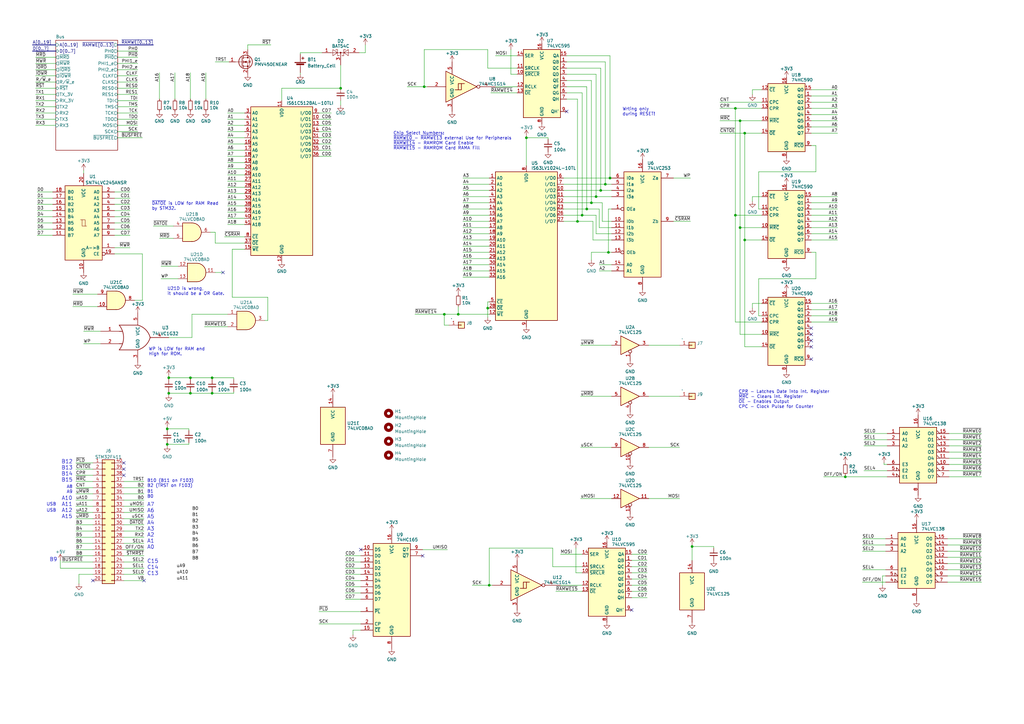
<source format=kicad_sch>
(kicad_sch (version 20230121) (generator eeschema)
  (paper "A3")
  (title_block (title "Unicomp v2 - RAMROM Board") (date "2023-07-06") (rev "v1.2") (company "100% Offner") (comment 1 "v1: Initial") (comment 2 "v1.1: ~{uMWR} from A12 to A9 of STM32 bec. USB") (comment 3 "v1.2: WP doesnt work, changed to OR-Gate U3."))
  (junction (at 78.105 154.94))
  (junction (at 303.53 49.53))
  (junction (at 250.19 73.025))
  (junction (at 301.625 44.45))
  (junction (at 86.995 161.29))
  (junction (at 215.9 56.515))
  (junction (at 283.845 224.155))
  (junction (at 301.625 88.265))
  (junction (at 303.53 93.345))
  (junction (at 248.285 75.565))
  (junction (at 249.555 103.505))
  (junction (at 305.435 54.61))
  (junction (at 246.38 78.105))
  (junction (at 69.215 161.29))
  (junction (at 182.245 128.905))
  (junction (at 240.665 85.725))
  (junction (at 238.76 88.265))
  (junction (at 68.58 175.895))
  (junction (at 242.57 83.185))
  (junction (at 86.995 154.94))
  (junction (at 200.025 126.365))
  (junction (at 139.7 36.195))
  (junction (at 78.105 161.29))
  (junction (at 236.855 90.805))
  (junction (at 305.435 98.425))
  (junction (at 244.475 80.645))
  (junction (at 346.71 195.58))
  (junction (at 68.58 182.245))
  (junction (at 69.215 154.94))
  (junction (at 200.66 240.03))
  (junction (at 173.99 35.56))
  (junction (at 187.96 128.905))
  (no_connect (at 50.8 192.405))
  (no_connect (at 50.8 194.945))
  (no_connect (at 332.74 147.32))
  (no_connect (at 332.74 134.62))
  (no_connect (at 147.955 225.425))
  (no_connect (at 332.74 137.16))
  (no_connect (at 173.355 227.965))
  (no_connect (at 332.74 142.24))
  (no_connect (at 332.74 139.7))
  (no_connect (at 259.08 250.19))
  (no_connect (at 50.8 189.865))
  (no_connect (at 91.44 111.76))
  (no_connect (at 38.1 238.125))
  (no_connect (at 232.41 45.72))
  (no_connect (at 59.055 238.125))
  (wire (pts (xy 209.55 20.32) (xy 209.55 30.48)))
  (wire (pts (xy 92.075 97.155) (xy 100.33 97.155)))
  (wire (pts (xy 231.14 73.025) (xy 250.19 73.025)))
  (wire (pts (xy 69.215 138.43) (xy 78.74 138.43)))
  (wire (pts (xy 149.86 18.415) (xy 149.86 21.59)))
  (wire (pts (xy 95.885 154.94) (xy 95.885 155.575)))
  (wire (pts (xy 15.24 83.82) (xy 21.59 83.82)))
  (wire (pts (xy 147.955 245.745) (xy 141.605 245.745)))
  (wire (pts (xy 77.47 175.895) (xy 77.47 176.53)))
  (wire (pts (xy 88.265 95.25) (xy 88.265 99.695)))
  (wire (pts (xy 14.605 31.115) (xy 22.86 31.115)))
  (wire (pts (xy 147.955 233.045) (xy 141.605 233.045)))
  (wire (pts (xy 362.585 189.865) (xy 362.585 190.5)))
  (wire (pts (xy 389.255 185.42) (xy 402.59 185.42)))
  (wire (pts (xy 48.26 43.815) (xy 56.515 43.815)))
  (wire (pts (xy 58.42 104.14) (xy 58.42 123.19)))
  (bus (pts (xy 48.26 18.415) (xy 62.865 18.415)))
  (wire (pts (xy 130.81 48.895) (xy 135.89 48.895)))
  (wire (pts (xy 93.345 81.915) (xy 100.33 81.915)))
  (wire (pts (xy 144.78 258.445) (xy 144.78 260.35)))
  (wire (pts (xy 311.15 70.485) (xy 311.15 85.725)))
  (wire (pts (xy 389.255 195.58) (xy 402.59 195.58)))
  (wire (pts (xy 31.115 225.425) (xy 38.1 225.425)))
  (wire (pts (xy 189.865 78.105) (xy 200.66 78.105)))
  (wire (pts (xy 93.345 51.435) (xy 100.33 51.435)))
  (wire (pts (xy 215.9 56.515) (xy 215.9 67.945)))
  (wire (pts (xy 231.14 83.185) (xy 242.57 83.185)))
  (wire (pts (xy 15.24 88.9) (xy 21.59 88.9)))
  (wire (pts (xy 69.215 161.29) (xy 69.215 160.655)))
  (wire (pts (xy 182.245 128.905) (xy 187.96 128.905)))
  (wire (pts (xy 250.825 93.345) (xy 245.745 93.345)))
  (wire (pts (xy 353.695 238.76) (xy 363.22 238.76)))
  (wire (pts (xy 276.225 90.805) (xy 283.21 90.805)))
  (wire (pts (xy 244.475 88.265) (xy 244.475 95.885)))
  (wire (pts (xy 31.115 227.965) (xy 38.1 227.965)))
  (wire (pts (xy 139.7 41.275) (xy 139.7 43.18)))
  (wire (pts (xy 250.825 90.805) (xy 247.015 90.805)))
  (wire (pts (xy 334.645 59.69) (xy 334.645 70.485)))
  (wire (pts (xy 115.57 36.195) (xy 139.7 36.195)))
  (wire (pts (xy 65.405 97.79) (xy 71.12 97.79)))
  (wire (pts (xy 332.74 46.99) (xy 343.535 46.99)))
  (wire (pts (xy 189.865 73.025) (xy 200.66 73.025)))
  (wire (pts (xy 303.53 93.345) (xy 312.42 93.345)))
  (wire (pts (xy 93.345 71.755) (xy 100.33 71.755)))
  (wire (pts (xy 250.825 85.725) (xy 249.555 85.725)))
  (wire (pts (xy 71.755 29.845) (xy 71.755 40.64)))
  (wire (pts (xy 46.99 86.36) (xy 53.34 86.36)))
  (wire (pts (xy 308.61 124.46) (xy 312.42 124.46)))
  (wire (pts (xy 250.19 22.86) (xy 250.19 73.025)))
  (wire (pts (xy 95.25 102.235) (xy 95.25 121.92)))
  (wire (pts (xy 229.87 227.33) (xy 238.76 227.33)))
  (wire (pts (xy 295.275 54.61) (xy 305.435 54.61)))
  (wire (pts (xy 46.99 104.14) (xy 58.42 104.14)))
  (wire (pts (xy 50.8 230.505) (xy 59.055 230.505)))
  (wire (pts (xy 389.255 187.96) (xy 402.59 187.96)))
  (wire (pts (xy 48.26 36.195) (xy 56.515 36.195)))
  (wire (pts (xy 68.58 182.88) (xy 68.58 182.245)))
  (wire (pts (xy 388.62 231.14) (xy 402.59 231.14)))
  (wire (pts (xy 201.93 240.03) (xy 200.66 240.03)))
  (wire (pts (xy 68.58 182.245) (xy 77.47 182.245)))
  (wire (pts (xy 32.385 235.585) (xy 32.385 239.395)))
  (wire (pts (xy 246.38 78.105) (xy 250.825 78.105)))
  (wire (pts (xy 147.955 235.585) (xy 141.605 235.585)))
  (wire (pts (xy 232.41 35.56) (xy 240.665 35.56)))
  (wire (pts (xy 93.345 86.995) (xy 100.33 86.995)))
  (wire (pts (xy 55.245 123.19) (xy 58.42 123.19)))
  (wire (pts (xy 46.99 96.52) (xy 53.34 96.52)))
  (wire (pts (xy 231.14 75.565) (xy 248.285 75.565)))
  (wire (pts (xy 31.115 220.345) (xy 38.1 220.345)))
  (wire (pts (xy 311.15 129.54) (xy 312.42 129.54)))
  (wire (pts (xy 69.215 154.94) (xy 78.105 154.94)))
  (wire (pts (xy 173.99 20.32) (xy 173.99 35.56)))
  (wire (pts (xy 46.99 83.82) (xy 53.34 83.82)))
  (wire (pts (xy 48.26 20.955) (xy 56.515 20.955)))
  (wire (pts (xy 73.025 114.3) (xy 66.04 114.3)))
  (wire (pts (xy 78.74 128.905) (xy 93.345 128.905)))
  (wire (pts (xy 332.74 85.725) (xy 343.535 85.725)))
  (wire (pts (xy 201.295 38.1) (xy 212.09 38.1)))
  (wire (pts (xy 250.825 98.425) (xy 243.205 98.425)))
  (wire (pts (xy 48.26 28.575) (xy 56.515 28.575)))
  (wire (pts (xy 250.19 73.025) (xy 250.825 73.025)))
  (wire (pts (xy 231.14 78.105) (xy 246.38 78.105)))
  (wire (pts (xy 238.76 88.265) (xy 244.475 88.265)))
  (wire (pts (xy 93.345 69.215) (xy 100.33 69.215)))
  (wire (pts (xy 147.955 240.665) (xy 141.605 240.665)))
  (wire (pts (xy 248.285 75.565) (xy 250.825 75.565)))
  (wire (pts (xy 308.61 36.83) (xy 312.42 36.83)))
  (wire (pts (xy 301.625 44.45) (xy 312.42 44.45)))
  (wire (pts (xy 115.57 41.275) (xy 115.57 36.195)))
  (wire (pts (xy 311.15 85.725) (xy 312.42 85.725)))
  (wire (pts (xy 14.605 46.355) (xy 22.86 46.355)))
  (wire (pts (xy 189.865 75.565) (xy 200.66 75.565)))
  (wire (pts (xy 69.215 161.29) (xy 78.105 161.29)))
  (wire (pts (xy 353.695 226.06) (xy 363.22 226.06)))
  (wire (pts (xy 259.08 234.95) (xy 265.43 234.95)))
  (wire (pts (xy 50.8 212.725) (xy 59.055 212.725)))
  (wire (pts (xy 200.025 20.32) (xy 173.99 20.32)))
  (wire (pts (xy 332.74 41.91) (xy 343.535 41.91)))
  (wire (pts (xy 31.115 207.645) (xy 38.1 207.645)))
  (wire (pts (xy 388.62 220.98) (xy 402.59 220.98)))
  (wire (pts (xy 50.8 217.805) (xy 59.055 217.805)))
  (wire (pts (xy 48.26 51.435) (xy 56.515 51.435)))
  (wire (pts (xy 109.855 121.92) (xy 109.855 131.445)))
  (wire (pts (xy 308.61 80.645) (xy 312.42 80.645)))
  (wire (pts (xy 259.08 237.49) (xy 265.43 237.49)))
  (wire (pts (xy 50.8 205.105) (xy 59.055 205.105)))
  (wire (pts (xy 189.865 83.185) (xy 200.66 83.185)))
  (wire (pts (xy 31.115 200.025) (xy 38.1 200.025)))
  (wire (pts (xy 193.675 240.03) (xy 200.66 240.03)))
  (wire (pts (xy 295.275 41.91) (xy 312.42 41.91)))
  (wire (pts (xy 303.53 49.53) (xy 312.42 49.53)))
  (wire (pts (xy 86.995 154.94) (xy 86.995 155.575)))
  (wire (pts (xy 123.19 21.59) (xy 132.08 21.59)))
  (wire (pts (xy 231.14 88.265) (xy 238.76 88.265)))
  (wire (pts (xy 130.81 46.355) (xy 135.89 46.355)))
  (wire (pts (xy 361.95 236.22) (xy 361.95 240.03)))
  (wire (pts (xy 46.99 81.28) (xy 53.34 81.28)))
  (wire (pts (xy 88.265 111.76) (xy 91.44 111.76)))
  (wire (pts (xy 332.74 129.54) (xy 343.535 129.54)))
  (wire (pts (xy 229.87 240.03) (xy 238.76 240.03)))
  (wire (pts (xy 14.605 41.275) (xy 22.86 41.275)))
  (wire (pts (xy 69.215 154.305) (xy 69.215 154.94)))
  (wire (pts (xy 295.275 49.53) (xy 303.53 49.53)))
  (wire (pts (xy 130.81 64.135) (xy 135.89 64.135)))
  (wire (pts (xy 15.24 96.52) (xy 21.59 96.52)))
  (wire (pts (xy 236.855 90.805) (xy 243.205 90.805)))
  (wire (pts (xy 66.04 109.22) (xy 73.025 109.22)))
  (wire (pts (xy 101.6 20.32) (xy 101.6 18.415)))
  (wire (pts (xy 101.6 18.415) (xy 111.125 18.415)))
  (wire (pts (xy 303.53 93.345) (xy 303.53 137.16)))
  (wire (pts (xy 189.865 88.265) (xy 200.66 88.265)))
  (wire (pts (xy 50.8 200.025) (xy 59.055 200.025)))
  (wire (pts (xy 50.8 207.645) (xy 59.055 207.645)))
  (wire (pts (xy 189.865 100.965) (xy 200.66 100.965)))
  (wire (pts (xy 301.625 132.08) (xy 312.42 132.08)))
  (wire (pts (xy 14.605 51.435) (xy 22.86 51.435)))
  (wire (pts (xy 388.62 228.6) (xy 402.59 228.6)))
  (wire (pts (xy 65.405 29.845) (xy 65.405 40.64)))
  (wire (pts (xy 301.625 88.265) (xy 301.625 132.08)))
  (wire (pts (xy 353.695 220.98) (xy 363.22 220.98)))
  (wire (pts (xy 189.865 95.885) (xy 200.66 95.885)))
  (wire (pts (xy 130.81 61.595) (xy 135.89 61.595)))
  (wire (pts (xy 68.58 175.26) (xy 68.58 175.895)))
  (wire (pts (xy 200.66 224.79) (xy 200.66 240.03)))
  (wire (pts (xy 353.695 223.52) (xy 363.22 223.52)))
  (wire (pts (xy 50.8 238.125) (xy 59.055 238.125)))
  (wire (pts (xy 130.81 53.975) (xy 135.89 53.975)))
  (wire (pts (xy 238.76 38.1) (xy 238.76 88.265)))
  (wire (pts (xy 86.995 160.655) (xy 86.995 161.29)))
  (wire (pts (xy 84.455 29.845) (xy 84.455 40.64)))
  (wire (pts (xy 130.81 56.515) (xy 135.89 56.515)))
  (wire (pts (xy 332.74 127) (xy 343.535 127)))
  (wire (pts (xy 245.745 93.345) (xy 245.745 85.725)))
  (wire (pts (xy 215.9 55.88) (xy 215.9 56.515)))
  (wire (pts (xy 93.345 66.675) (xy 100.33 66.675)))
  (wire (pts (xy 189.865 113.665) (xy 200.66 113.665)))
  (wire (pts (xy 249.555 85.725) (xy 249.555 103.505)))
  (wire (pts (xy 130.81 255.905) (xy 147.955 255.905)))
  (wire (pts (xy 93.345 46.355) (xy 100.33 46.355)))
  (wire (pts (xy 332.74 93.345) (xy 343.535 93.345)))
  (wire (pts (xy 189.865 111.125) (xy 200.66 111.125)))
  (wire (pts (xy 305.435 54.61) (xy 305.435 98.425)))
  (wire (pts (xy 31.115 210.185) (xy 38.1 210.185)))
  (wire (pts (xy 189.865 98.425) (xy 200.66 98.425)))
  (wire (pts (xy 14.605 33.655) (xy 22.86 33.655)))
  (wire (pts (xy 130.81 51.435) (xy 135.89 51.435)))
  (wire (pts (xy 31.115 194.945) (xy 38.1 194.945)))
  (wire (pts (xy 250.825 183.515) (xy 238.125 183.515)))
  (wire (pts (xy 83.82 133.985) (xy 93.345 133.985)))
  (wire (pts (xy 48.26 26.035) (xy 56.515 26.035)))
  (wire (pts (xy 243.205 98.425) (xy 243.205 90.805)))
  (wire (pts (xy 50.8 227.965) (xy 59.055 227.965)))
  (wire (pts (xy 78.105 160.655) (xy 78.105 161.29)))
  (wire (pts (xy 266.065 204.47) (xy 278.765 204.47)))
  (wire (pts (xy 175.26 35.56) (xy 173.99 35.56)))
  (wire (pts (xy 354.33 182.88) (xy 363.855 182.88)))
  (bus (pts (xy 22.86 18.415) (xy 13.335 18.415)))
  (wire (pts (xy 31.115 212.725) (xy 38.1 212.725)))
  (wire (pts (xy 93.345 79.375) (xy 100.33 79.375)))
  (wire (pts (xy 50.8 202.565) (xy 59.055 202.565)))
  (wire (pts (xy 31.115 202.565) (xy 38.1 202.565)))
  (wire (pts (xy 200.025 126.365) (xy 200.025 130.175)))
  (wire (pts (xy 332.74 36.83) (xy 343.535 36.83)))
  (wire (pts (xy 31.115 215.265) (xy 38.1 215.265)))
  (wire (pts (xy 15.24 93.98) (xy 21.59 93.98)))
  (wire (pts (xy 248.285 25.4) (xy 248.285 75.565)))
  (wire (pts (xy 78.105 154.94) (xy 78.105 155.575)))
  (wire (pts (xy 332.74 88.265) (xy 343.535 88.265)))
  (wire (pts (xy 31.115 217.805) (xy 38.1 217.805)))
  (wire (pts (xy 242.57 83.185) (xy 247.015 83.185)))
  (wire (pts (xy 24.765 229.87) (xy 24.765 233.045)))
  (wire (pts (xy 295.275 44.45) (xy 301.625 44.45)))
  (wire (pts (xy 232.41 40.64) (xy 236.855 40.64)))
  (wire (pts (xy 93.345 74.295) (xy 100.33 74.295)))
  (wire (pts (xy 50.8 222.885) (xy 59.055 222.885)))
  (wire (pts (xy 332.74 95.885) (xy 343.535 95.885)))
  (wire (pts (xy 236.855 40.64) (xy 236.855 90.805)))
  (wire (pts (xy 25.4 230.505) (xy 38.1 230.505)))
  (wire (pts (xy 189.865 93.345) (xy 200.66 93.345)))
  (wire (pts (xy 69.215 161.925) (xy 69.215 161.29)))
  (wire (pts (xy 15.24 81.28) (xy 21.59 81.28)))
  (wire (pts (xy 48.26 48.895) (xy 56.515 48.895)))
  (wire (pts (xy 93.345 56.515) (xy 100.33 56.515)))
  (wire (pts (xy 34.29 135.89) (xy 41.275 135.89)))
  (wire (pts (xy 31.115 189.865) (xy 38.1 189.865)))
  (wire (pts (xy 226.695 224.79) (xy 226.695 232.41)))
  (wire (pts (xy 334.645 103.505) (xy 334.645 114.3)))
  (wire (pts (xy 15.24 78.74) (xy 21.59 78.74)))
  (wire (pts (xy 48.26 33.655) (xy 56.515 33.655)))
  (wire (pts (xy 123.19 30.48) (xy 123.19 29.845)))
  (wire (pts (xy 388.62 223.52) (xy 402.59 223.52)))
  (wire (pts (xy 31.115 197.485) (xy 38.1 197.485)))
  (wire (pts (xy 232.41 38.1) (xy 238.76 38.1)))
  (wire (pts (xy 236.22 234.95) (xy 238.76 234.95)))
  (wire (pts (xy 53.34 101.6) (xy 46.99 101.6)))
  (wire (pts (xy 46.99 88.9) (xy 53.34 88.9)))
  (wire (pts (xy 232.41 30.48) (xy 244.475 30.48)))
  (wire (pts (xy 249.555 103.505) (xy 250.825 103.505)))
  (wire (pts (xy 303.53 137.16) (xy 312.42 137.16)))
  (wire (pts (xy 93.345 61.595) (xy 100.33 61.595)))
  (wire (pts (xy 238.125 162.56) (xy 250.825 162.56)))
  (wire (pts (xy 244.475 95.885) (xy 250.825 95.885)))
  (wire (pts (xy 283.845 224.155) (xy 292.735 224.155)))
  (wire (pts (xy 363.855 190.5) (xy 362.585 190.5)))
  (wire (pts (xy 334.645 114.3) (xy 311.15 114.3)))
  (wire (pts (xy 95.25 102.235) (xy 100.33 102.235)))
  (wire (pts (xy 50.8 235.585) (xy 59.055 235.585)))
  (wire (pts (xy 305.435 54.61) (xy 312.42 54.61)))
  (wire (pts (xy 389.255 190.5) (xy 402.59 190.5)))
  (wire (pts (xy 242.57 103.505) (xy 249.555 103.505)))
  (wire (pts (xy 14.605 36.195) (xy 22.86 36.195)))
  (wire (pts (xy 93.345 64.135) (xy 100.33 64.135)))
  (wire (pts (xy 170.18 128.905) (xy 182.245 128.905)))
  (wire (pts (xy 184.15 133.35) (xy 182.245 133.35)))
  (wire (pts (xy 226.695 232.41) (xy 238.76 232.41)))
  (wire (pts (xy 88.265 25.4) (xy 93.98 25.4)))
  (wire (pts (xy 388.62 236.22) (xy 402.59 236.22)))
  (wire (pts (xy 305.435 98.425) (xy 312.42 98.425)))
  (wire (pts (xy 93.345 89.535) (xy 100.33 89.535)))
  (wire (pts (xy 48.26 41.275) (xy 56.515 41.275)))
  (wire (pts (xy 200.025 27.94) (xy 212.09 27.94)))
  (wire (pts (xy 332.74 124.46) (xy 343.535 124.46)))
  (wire (pts (xy 242.57 103.505) (xy 242.57 106.68)))
  (wire (pts (xy 189.865 103.505) (xy 200.66 103.505)))
  (wire (pts (xy 303.53 49.53) (xy 303.53 93.345)))
  (wire (pts (xy 139.7 26.67) (xy 139.7 36.195)))
  (wire (pts (xy 200.025 20.32) (xy 200.025 27.94)))
  (wire (pts (xy 346.71 194.945) (xy 346.71 195.58)))
  (wire (pts (xy 245.745 108.585) (xy 250.825 108.585)))
  (wire (pts (xy 305.435 98.425) (xy 305.435 142.24)))
  (wire (pts (xy 34.29 69.85) (xy 34.29 71.12)))
  (wire (pts (xy 240.665 35.56) (xy 240.665 85.725)))
  (wire (pts (xy 189.865 106.045) (xy 200.66 106.045)))
  (wire (pts (xy 78.105 29.845) (xy 78.105 40.64)))
  (wire (pts (xy 78.105 154.94) (xy 86.995 154.94)))
  (wire (pts (xy 77.47 181.61) (xy 77.47 182.245)))
  (wire (pts (xy 48.26 53.975) (xy 56.515 53.975)))
  (wire (pts (xy 259.08 245.11) (xy 265.43 245.11)))
  (wire (pts (xy 259.08 229.87) (xy 265.43 229.87)))
  (wire (pts (xy 130.81 250.825) (xy 147.955 250.825)))
  (wire (pts (xy 50.8 225.425) (xy 59.055 225.425)))
  (wire (pts (xy 48.26 56.515) (xy 58.42 56.515)))
  (wire (pts (xy 354.33 177.8) (xy 363.855 177.8)))
  (wire (pts (xy 389.255 182.88) (xy 402.59 182.88)))
  (wire (pts (xy 14.605 28.575) (xy 22.86 28.575)))
  (wire (pts (xy 50.8 210.185) (xy 59.055 210.185)))
  (wire (pts (xy 50.8 215.265) (xy 59.055 215.265)))
  (wire (pts (xy 227.965 242.57) (xy 238.76 242.57)))
  (wire (pts (xy 276.225 73.025) (xy 283.21 73.025)))
  (wire (pts (xy 301.625 44.45) (xy 301.625 88.265)))
  (wire (pts (xy 93.345 59.055) (xy 100.33 59.055)))
  (wire (pts (xy 173.355 225.425) (xy 183.515 225.425)))
  (wire (pts (xy 346.71 195.58) (xy 363.855 195.58)))
  (wire (pts (xy 244.475 30.48) (xy 244.475 80.645)))
  (wire (pts (xy 231.14 80.645) (xy 244.475 80.645)))
  (wire (pts (xy 147.955 243.205) (xy 141.605 243.205)))
  (wire (pts (xy 332.74 59.69) (xy 334.645 59.69)))
  (wire (pts (xy 93.345 76.835) (xy 100.33 76.835)))
  (wire (pts (xy 48.26 38.735) (xy 56.515 38.735)))
  (wire (pts (xy 14.605 43.815) (xy 22.86 43.815)))
  (wire (pts (xy 203.2 22.86) (xy 212.09 22.86)))
  (wire (pts (xy 29.845 125.73) (xy 40.005 125.73)))
  (wire (pts (xy 332.74 52.07) (xy 343.535 52.07)))
  (wire (pts (xy 247.015 90.805) (xy 247.015 83.185)))
  (wire (pts (xy 224.79 56.515) (xy 224.79 57.15)))
  (wire (pts (xy 14.605 38.735) (xy 22.86 38.735)))
  (wire (pts (xy 250.825 141.605) (xy 238.125 141.605)))
  (wire (pts (xy 95.25 121.92) (xy 109.855 121.92)))
  (wire (pts (xy 361.95 236.22) (xy 363.22 236.22)))
  (wire (pts (xy 68.58 175.895) (xy 68.58 176.53)))
  (wire (pts (xy 308.61 80.645) (xy 308.61 82.55)))
  (wire (pts (xy 29.845 120.65) (xy 40.005 120.65)))
  (wire (pts (xy 46.99 78.74) (xy 53.34 78.74)))
  (wire (pts (xy 14.605 23.495) (xy 22.86 23.495)))
  (wire (pts (xy 332.74 80.645) (xy 343.535 80.645)))
  (wire (pts (xy 266.065 183.515) (xy 278.765 183.515)))
  (wire (pts (xy 14.605 26.035) (xy 22.86 26.035)))
  (wire (pts (xy 123.19 21.59) (xy 123.19 22.225)))
  (wire (pts (xy 301.625 88.265) (xy 312.42 88.265)))
  (wire (pts (xy 278.765 141.605) (xy 266.065 141.605)))
  (wire (pts (xy 109.855 131.445) (xy 108.585 131.445)))
  (wire (pts (xy 389.255 180.34) (xy 402.59 180.34)))
  (wire (pts (xy 189.865 85.725) (xy 200.66 85.725)))
  (wire (pts (xy 259.08 232.41) (xy 265.43 232.41)))
  (wire (pts (xy 86.995 154.94) (xy 95.885 154.94)))
  (wire (pts (xy 41.275 140.97) (xy 34.29 140.97)))
  (wire (pts (xy 200.025 126.365) (xy 200.66 126.365)))
  (wire (pts (xy 354.33 193.04) (xy 363.855 193.04)))
  (wire (pts (xy 266.065 162.56) (xy 278.765 162.56)))
  (wire (pts (xy 93.345 92.075) (xy 100.33 92.075)))
  (wire (pts (xy 189.865 108.585) (xy 200.66 108.585)))
  (wire (pts (xy 259.08 242.57) (xy 265.43 242.57)))
  (wire (pts (xy 147.955 230.505) (xy 141.605 230.505)))
  (wire (pts (xy 238.125 204.47) (xy 250.825 204.47)))
  (wire (pts (xy 308.61 36.83) (xy 308.61 38.735)))
  (wire (pts (xy 15.24 86.36) (xy 21.59 86.36)))
  (wire (pts (xy 93.345 53.975) (xy 100.33 53.975)))
  (wire (pts (xy 31.115 222.885) (xy 38.1 222.885)))
  (wire (pts (xy 147.955 238.125) (xy 141.605 238.125)))
  (wire (pts (xy 50.8 233.045) (xy 59.055 233.045)))
  (wire (pts (xy 149.86 21.59) (xy 147.32 21.59)))
  (wire (pts (xy 226.695 224.79) (xy 200.66 224.79)))
  (wire (pts (xy 236.22 224.79) (xy 236.22 234.95)))
  (wire (pts (xy 189.865 90.805) (xy 200.66 90.805)))
  (wire (pts (xy 200.025 123.825) (xy 200.025 126.365)))
  (wire (pts (xy 283.845 223.52) (xy 283.845 224.155)))
  (wire (pts (xy 308.61 124.46) (xy 308.61 126.365)))
  (wire (pts (xy 332.74 98.425) (xy 343.535 98.425)))
  (wire (pts (xy 86.36 95.25) (xy 88.265 95.25)))
  (wire (pts (xy 62.865 92.71) (xy 71.12 92.71)))
  (wire (pts (xy 334.645 70.485) (xy 311.15 70.485)))
  (wire (pts (xy 95.885 160.655) (xy 95.885 161.29)))
  (wire (pts (xy 332.74 54.61) (xy 343.535 54.61)))
  (wire (pts (xy 86.995 161.29) (xy 95.885 161.29)))
  (wire (pts (xy 46.99 93.98) (xy 53.34 93.98)))
  (wire (pts (xy 189.865 80.645) (xy 200.66 80.645)))
  (wire (pts (xy 31.115 192.405) (xy 38.1 192.405)))
  (wire (pts (xy 231.14 90.805) (xy 236.855 90.805)))
  (wire (pts (xy 245.745 111.125) (xy 250.825 111.125)))
  (wire (pts (xy 50.8 220.345) (xy 59.055 220.345)))
  (wire (pts (xy 78.105 161.29) (xy 86.995 161.29)))
  (wire (pts (xy 93.345 48.895) (xy 100.33 48.895)))
  (wire (pts (xy 311.15 114.3) (xy 311.15 129.54)))
  (wire (pts (xy 209.55 30.48) (xy 212.09 30.48)))
  (wire (pts (xy 50.8 197.485) (xy 59.055 197.485)))
  (wire (pts (xy 389.255 177.8) (xy 402.59 177.8)))
  (wire (pts (xy 187.96 125.73) (xy 187.96 128.905)))
  (wire (pts (xy 46.99 91.44) (xy 53.34 91.44)))
  (wire (pts (xy 48.26 23.495) (xy 56.515 23.495)))
  (wire (pts (xy 32.385 235.585) (xy 38.1 235.585)))
  (wire (pts (xy 354.33 180.34) (xy 363.855 180.34)))
  (wire (pts (xy 259.08 227.33) (xy 265.43 227.33)))
  (bus (pts (xy 22.86 20.955) (xy 13.335 20.955)))
  (wire (pts (xy 182.245 133.35) (xy 182.245 128.905)))
  (wire (pts (xy 187.96 128.905) (xy 200.66 128.905)))
  (wire (pts (xy 283.845 224.155) (xy 283.845 229.87)))
  (wire (pts (xy 244.475 80.645) (xy 250.825 80.645)))
  (wire (pts (xy 389.255 193.04) (xy 402.59 193.04)))
  (wire (pts (xy 232.41 27.94) (xy 246.38 27.94)))
  (wire (pts (xy 292.735 224.155) (xy 292.735 224.79)))
  (wire (pts (xy 15.24 91.44) (xy 21.59 91.44)))
  (wire (pts (xy 332.74 44.45) (xy 343.535 44.45)))
  (wire (pts (xy 78.74 138.43) (xy 78.74 128.905)))
  (wire (pts (xy 332.74 83.185) (xy 343.535 83.185)))
  (wire (pts (xy 332.74 132.08) (xy 343.535 132.08)))
  (wire (pts (xy 215.9 56.515) (xy 224.79 56.515)))
  (wire (pts (xy 48.26 46.355) (xy 56.515 46.355)))
  (wire (pts (xy 242.57 33.02) (xy 242.57 83.185)))
  (wire (pts (xy 48.26 31.115) (xy 56.515 31.115)))
  (wire (pts (xy 332.74 39.37) (xy 343.535 39.37)))
  (wire (pts (xy 259.08 240.03) (xy 265.43 240.03)))
  (wire (pts (xy 332.74 103.505) (xy 334.645 103.505)))
  (wire (pts (xy 68.58 182.245) (xy 68.58 181.61)))
  (wire (pts (xy 31.115 205.105) (xy 38.1 205.105)))
  (wire (pts (xy 246.38 27.94) (xy 246.38 78.105)))
  (wire (pts (xy 332.74 49.53) (xy 343.535 49.53)))
  (wire (pts (xy 240.665 85.725) (xy 245.745 85.725)))
  (wire (pts (xy 231.14 85.725) (xy 240.665 85.725)))
  (wire (pts (xy 388.62 238.76) (xy 402.59 238.76)))
  (wire (pts (xy 68.58 175.895) (xy 77.47 175.895)))
  (wire (pts (xy 147.955 258.445) (xy 144.78 258.445)))
  (wire (pts (xy 388.62 226.06) (xy 402.59 226.06)))
  (wire (pts (xy 332.74 90.805) (xy 343.535 90.805)))
  (wire (pts (xy 93.345 84.455) (xy 100.33 84.455)))
  (wire (pts (xy 232.41 33.02) (xy 242.57 33.02)))
  (wire (pts (xy 232.41 25.4) (xy 248.285 25.4)))
  (wire (pts (xy 24.765 233.045) (xy 38.1 233.045)))
  (wire (pts (xy 167.005 35.56) (xy 173.99 35.56)))
  (wire (pts (xy 14.605 48.895) (xy 22.86 48.895)))
  (wire (pts (xy 147.955 227.965) (xy 141.605 227.965)))
  (wire (pts (xy 88.265 99.695) (xy 100.33 99.695)))
  (wire (pts (xy 232.41 22.86) (xy 250.19 22.86)))
  (wire (pts (xy 337.82 195.58) (xy 346.71 195.58)))
  (wire (pts (xy 388.62 233.68) (xy 402.59 233.68)))
  (wire (pts (xy 203.2 35.56) (xy 212.09 35.56)))
  (wire (pts (xy 353.695 233.68) (xy 363.22 233.68)))
  (wire (pts (xy 305.435 142.24) (xy 312.42 142.24)))
  (wire (pts (xy 130.81 59.055) (xy 135.89 59.055)))
  (wire (pts (xy 200.025 123.825) (xy 200.66 123.825)))
  (wire (pts (xy 69.215 154.94) (xy 69.215 155.575)))
  (text "USB" (at 19.05 210.185 0) (effects (font (size 1.27 1.27)) (justify left bottom)))
  (text "B1\nB0" (at 60.325 204.47 0) (effects (font (size 1.27 1.27)) (justify left bottom)))
  (text "A10\nA11\nA12\nA15" (at 29.718 212.852 0) (effects (font (size 1.55 1.55)) (justify right bottom)))
  (text "U21D is wrong,\nit should be a OR Gate." (at 68.58 121.285 0) (effects (font (size 1.27 1.27)) (justify left bottom)))
  (text "CPR - Latches Date into int. Register\n~{MRC} - Clears int. Register\n~{OE} - Enables Output\nCPC - Clock Pulse for Counter" (at 302.895 167.64 0) (effects (font (size 1.27 1.27)) (justify left bottom)))
  (text "Wrting only\nduring RESET!" (at 255.27 47.625 0) (effects (font (size 1.27 1.27)) (justify left bottom)))
  (text "WP is LOW for RAM and\nHigh for ROM." (at 60.96 146.05 0) (effects (font (size 1.27 1.27)) (justify left bottom)))
  (text "B9\n" (at 23.495 230.505 0) (effects (font (size 1.55 1.55)) (justify right bottom)))
  (text "A8\nA9" (at 27.305 202.565 0) (effects (font (size 1.27 1.27)) (justify left bottom)))
  (text "B10 (B11 on F103)\nB2 (TRST on F103)" (at 60.325 200.025 0) (effects (font (size 1.27 1.27)) (justify left bottom)))
  (text "~{DATOE} is LOW for RAM Read \nby STM32.\n" (at 62.23 86.36 0) (effects (font (size 1.27 1.27)) (justify left bottom)))
  (text "A7\nA6\nA5\nA4\nA3\nA2\nA1\nA0" (at 60.325 225.425 0) (effects (font (size 1.55 1.55)) (justify left bottom)))
  (text "USB" (at 19.05 207.645 0) (effects (font (size 1.27 1.27)) (justify left bottom)))
  (text "B12\nB13\nB14\nB15" (at 25.146 197.866 0) (effects (font (size 1.55 1.55)) (justify left bottom)))
  (text "C15\nC14\nC13" (at 60.325 236.22 0) (effects (font (size 1.55 1.55)) (justify left bottom)))
  (text "Chip Select Numbers:\n~{RAMWE0} - ~{RAMWE13} external Use for Peripherals\n~{RAMWE14} - RAMROM Card Enable\n~{RAMWE15} - RAMROM Card RAMA Fill" (at 161.29 61.595 0) (effects (font (size 1.27 1.27)) (justify left bottom)))
  (label "CD5" (at 141.605 240.665 0))
  (label "~{RAMWE14}" (at 402.59 236.22 180))
  (label "~{IOWR}" (at 14.605 31.115 0))
  (label "~{MWR}" (at 29.845 120.65 0))
  (label "A1" (at 343.535 39.37 180))
  (label "SEL0" (at 59.055 235.585 180))
  (label "A16" (at 65.405 29.845 270))
  (label "CD4" (at 265.43 237.49 180))
  (label "~{RAMWE5}" (at 402.59 190.5 180))
  (label "CD7" (at 135.89 46.355 180))
  (label "CD3" (at 135.89 56.515 180))
  (label "~{DATOE}" (at 59.055 215.265 180))
  (label "~{RAMWE0}" (at 402.59 177.8 180))
  (label "SEL4" (at 59.055 222.885 180))
  (label "~{uMRD}" (at 31.115 212.725 0))
  (label "B8" (at 31.115 227.965 0))
  (label "~{MRC}" (at 31.115 197.485 0))
  (label "CD1" (at 141.605 230.505 0))
  (label "SEL2" (at 354.33 182.88 0))
  (label "CD2" (at 135.89 59.055 180))
  (label "~{RAMWE4}" (at 402.59 187.96 180))
  (label "uA9" (at 72.39 233.045 0))
  (label "SEL1" (at 354.33 180.34 0))
  (label "~{BUSFREE}" (at 25.4 230.505 0))
  (label "~{CNTOE}" (at 31.115 192.405 0))
  (label "~{MWR}" (at 66.04 109.22 0))
  (label "A11" (at 343.535 88.265 180))
  (label "PHI2_e" (at 56.515 28.575 180))
  (label "A18" (at 343.535 129.54 180))
  (label "A14" (at 343.535 95.885 180))
  (label "A13" (at 343.535 93.345 180))
  (label "A10" (at 343.535 85.725 180))
  (label "CD3" (at 265.43 234.95 180))
  (label "A7" (at 343.535 54.61 180))
  (label "uA12" (at 31.115 210.185 0))
  (label "B2" (at 59.055 200.025 180))
  (label "B4" (at 78.74 219.71 0))
  (label "SCK" (at 130.81 255.905 0))
  (label "D3" (at 15.24 86.36 0))
  (label "A19" (at 343.535 132.08 180))
  (label "~{STMRST}" (at 59.055 227.965 180))
  (label "PH0" (at 56.515 20.955 180))
  (label "A1" (at 245.745 108.585 0))
  (label "A17" (at 93.345 89.535 0))
  (label "TX2" (at 14.605 43.815 0))
  (label "A4" (at 189.865 75.565 0))
  (label "A0" (at 93.345 46.355 0))
  (label "TX3" (at 14.605 48.895 0))
  (label "CLKS" (at 56.515 33.655 180))
  (label "CD1" (at 265.43 229.87 180))
  (label "UMISO" (at 59.055 210.185 180))
  (label "~{RAMWE15}" (at 402.59 238.76 180))
  (label "SCK" (at 56.515 53.975 180))
  (label "uA11" (at 72.39 238.125 0))
  (label "CD5" (at 265.43 240.03 180))
  (label "A13" (at 189.865 98.425 0))
  (label "~{MRD}" (at 65.405 97.79 0))
  (label "A17" (at 71.755 29.845 270))
  (label "A3" (at 343.535 44.45 180))
  (label "A0" (at 343.535 36.83 180))
  (label "WP" (at 66.04 114.3 0))
  (label "CD6" (at 141.605 243.205 0))
  (label "RX2" (at 59.055 220.345 180))
  (label "A3" (at 189.865 73.025 0))
  (label "~{MRC}" (at 295.275 49.53 0))
  (label "uSCK" (at 59.055 212.725 180))
  (label "WP" (at 34.29 140.97 0))
  (label "A3" (at 93.345 53.975 0))
  (label "SEL2" (at 353.695 226.06 0))
  (label "uA10" (at 31.115 205.105 0))
  (label "CD0" (at 135.89 64.135 180))
  (label "A17" (at 189.865 108.585 0))
  (label "B5" (at 31.115 220.345 0))
  (label "TDI" (at 56.515 41.275 180))
  (label "~{RST}" (at 14.605 36.195 0))
  (label "~{DATOE}" (at 62.865 92.71 0))
  (label "R{slash}~{W}_e" (at 14.605 33.655 0))
  (label "~{PH0}" (at 56.515 23.495 180))
  (label "A9" (at 343.535 83.185 180))
  (label "A12" (at 93.345 76.835 0))
  (label "CLKF" (at 56.515 31.115 180))
  (label "A18" (at 93.345 92.075 0))
  (label "~{PLD}" (at 31.115 189.865 0))
  (label "TRST" (at 59.055 197.485 180))
  (label "~{MWR}" (at 34.29 135.89 0))
  (label "CD2" (at 265.43 232.41 180))
  (label "CD7" (at 265.43 245.11 180))
  (label "D0" (at 15.24 78.74 0))
  (label "CPR" (at 31.115 194.945 0))
  (label "A14" (at 189.865 100.965 0))
  (label "B4" (at 31.115 217.805 0))
  (label "B2" (at 78.74 214.63 0))
  (label "B3" (at 78.74 217.17 0))
  (label "~{RAMWE1}" (at 402.59 180.34 180))
  (label "CD3" (at 141.605 235.585 0))
  (label "~{IORD}" (at 14.605 28.575 0))
  (label "A10" (at 189.865 90.805 0))
  (label "CD1" (at 53.34 81.28 180))
  (label "CD2" (at 53.34 83.82 180))
  (label "CD2" (at 141.605 233.045 0))
  (label "RX3" (at 14.605 51.435 0))
  (label "~{RAMWE11}" (at 402.59 228.6 180))
  (label "~{RAMWE7}" (at 402.59 195.58 180))
  (label "A11" (at 93.345 74.295 0))
  (label "~{RAMWE15}" (at 227.965 242.57 0))
  (label "uSCK" (at 238.125 183.515 0))
  (label "SCK" (at 167.005 35.56 0))
  (label "SCK" (at 193.675 240.03 0))
  (label "D7" (at 15.24 96.52 0))
  (label "RES1" (at 56.515 38.735 180))
  (label "A17" (at 343.535 127 180))
  (label "SEL2" (at 59.055 230.505 180))
  (label "A1" (at 93.345 48.895 0))
  (label "~{RAMWE9}" (at 402.59 223.52 180))
  (label "CD7" (at 53.34 96.52 180))
  (label "~{RAMWE2}" (at 402.59 182.88 180))
  (label "TDO" (at 56.515 48.895 180))
  (label "CD6" (at 265.43 242.57 180))
  (label "MOSI" (at 56.515 51.435 180))
  (label "A2" (at 93.345 51.435 0))
  (label "~{RST}" (at 111.125 18.415 180))
  (label "SEL1" (at 59.055 233.045 180))
  (label "D1" (at 15.24 81.28 0))
  (label "CPR" (at 295.275 44.45 0))
  (label "CD5" (at 135.89 51.435 180))
  (label "uA10" (at 72.39 235.585 0))
  (label "B6" (at 31.115 222.885 0))
  (label "~{RAMWE15}" (at 83.82 133.985 0))
  (label "B7" (at 78.74 227.33 0))
  (label "CNT" (at 295.275 41.91 0))
  (label "A4" (at 93.345 56.515 0))
  (label "A6" (at 189.865 80.645 0))
  (label "SCK" (at 278.765 183.515 180))
  (label "A7" (at 189.865 83.185 0))
  (label "RES0" (at 56.515 36.195 180))
  (label "A18" (at 78.105 29.845 270))
  (label "CD4" (at 141.605 238.125 0))
  (label "CD5" (at 53.34 91.44 180))
  (label "A12" (at 189.865 95.885 0))
  (label "D2" (at 15.24 83.82 0))
  (label "SEL4" (at 354.33 193.04 0))
  (label "A14" (at 93.345 81.915 0))
  (label "D6" (at 15.24 93.98 0))
  (label "A6" (at 93.345 61.595 0))
  (label "CD3" (at 53.34 86.36 180))
  (label "A5" (at 93.345 59.055 0))
  (label "TMS" (at 56.515 43.815 180))
  (label "D[0..7]" (at 13.335 20.955 0))
  (label "A5" (at 189.865 78.105 0))
  (label "RX1" (at 14.605 41.275 0))
  (label "A8" (at 343.535 80.645 180))
  (label "~{uMRD}" (at 238.125 162.56 0))
  (label "~{RAMWE14}" (at 170.18 128.905 0))
  (label "D4" (at 15.24 88.9 0))
  (label "~{MWR}" (at 14.605 26.035 0))
  (label "B8" (at 78.74 229.87 0))
  (label "~{RAMWE10}" (at 402.59 226.06 180))
  (label "MOSI" (at 229.87 227.33 0))
  (label "RX2" (at 14.605 46.355 0))
  (label "CD1" (at 135.89 61.595 180))
  (label "B3" (at 31.115 215.265 0))
  (label "B6" (at 78.74 224.79 0))
  (label "A19" (at 189.865 113.665 0))
  (label "B1" (at 78.74 212.09 0))
  (label "OFF{slash}ON" (at 353.695 238.76 0))
  (label "A8" (at 189.865 85.725 0))
  (label "A5" (at 343.535 49.53 180))
  (label "A8" (at 93.345 66.675 0))
  (label "TX1" (at 14.605 38.735 0))
  (label "VB" (at 59.055 238.125 180))
  (label "A16" (at 93.345 86.995 0))
  (label "A9" (at 189.865 88.265 0))
  (label "A9" (at 93.345 69.215 0))
  (label "B7" (at 31.115 225.425 0))
  (label "D5" (at 15.24 91.44 0))
  (label "~{PLD}" (at 130.81 250.825 0))
  (label "~{CSRAM}" (at 283.21 90.805 180))
  (label "SEL4" (at 353.695 233.68 0))
  (label "SEL0" (at 353.695 220.98 0))
  (label "A10" (at 93.345 71.755 0))
  (label "CD7" (at 141.605 245.745 0))
  (label "CNT" (at 31.115 200.025 0))
  (label "uMOSI" (at 59.055 207.645 180))
  (label "CD6" (at 135.89 48.895 180))
  (label "A2" (at 343.535 41.91 180))
  (label "~{BUSFREE}" (at 58.42 56.515 180))
  (label "A13" (at 93.345 79.375 0))
  (label "A18" (at 189.865 111.125 0))
  (label "~{CSRAM}" (at 92.075 97.155 0))
  (label "~{RAMWE6}" (at 402.59 193.04 180))
  (label "A16" (at 343.535 124.46 180))
  (label "A16" (at 189.865 106.045 0))
  (label "A4" (at 343.535 46.99 180))
  (label "A15" (at 93.345 84.455 0))
  (label "CD4" (at 135.89 53.975 180))
  (label "TRST" (at 88.265 25.4 0))
  (label "A12" (at 343.535 90.805 180))
  (label "A[0..19]" (at 13.335 18.415 0))
  (label "~{RAMWE13}" (at 402.59 233.68 180))
  (label "CD4" (at 53.34 88.9 180))
  (label "~{RAMWE8}" (at 402.59 220.98 180))
  (label "~{MRD}" (at 14.605 23.495 0))
  (label "A7" (at 93.345 64.135 0))
  (label "MOSI" (at 278.765 204.47 180))
  (label "~{uMWR}" (at 31.115 202.565 0))
  (label "~{CNTOE}" (at 295.275 54.61 0))
  (label "A11" (at 189.865 93.345 0))
  (label "WP" (at 283.21 73.025 180))
  (label "~{RAMWE12}" (at 402.59 231.14 180))
  (label "~{uMWR}" (at 238.125 141.605 0))
  (label "A15" (at 343.535 98.425 180))
  (label "uMOSI" (at 238.125 204.47 0))
  (label "TX2" (at 59.055 217.805 180))
  (label "A15" (at 189.865 103.505 0))
  (label "A2" (at 245.745 111.125 0))
  (label "CD0" (at 265.43 227.33 180))
  (label "~{MWR}" (at 53.34 101.6 180))
  (label "A6" (at 343.535 52.07 180))
  (label "CD0" (at 53.34 78.74 180))
  (label "B1" (at 59.055 202.565 180))
  (label "CD0" (at 141.605 227.965 0))
  (label "OFF{slash}ON" (at 59.055 225.425 180))
  (label "A19" (at 84.455 29.845 270))
  (label "B0" (at 78.74 209.55 0))
  (label "UMISO" (at 183.515 225.425 180))
  (label "OFF{slash}ON" (at 337.82 195.58 0))
  (label "TCK" (at 56.515 46.355 180))
  (label "CD6" (at 53.34 93.98 180))
  (label "~{RAMWE3}" (at 402.59 185.42 180))
  (label "B5" (at 78.74 222.25 0))
  (label "uA11" (at 31.115 207.645 0))
  (label "SEL0" (at 354.33 177.8 0))
  (label "SEL1" (at 353.695 223.52 0))
  (label "B0" (at 59.055 205.105 180))
  (label "~{MRD}" (at 29.845 125.73 0))
  (label "PHI1_e" (at 56.515 26.035 180))
  (label "~{RAMWE14}" (at 201.295 38.1 0))
  (label "MOSI" (at 203.2 22.86 0))
  (label "~{RAMWE[0..13]}" (at 62.865 18.415 180))
  (symbol (lib_id "74xx:74LS125") (at 283.845 242.57 0) (unit 5)
    (property "Reference" "U2" (at 289.687 241.546 0) (effects (justify left)))
    (property "Value" "74LVC125" (at 289.687 243.594 0) (effects (justify left)))
    (property "Footprint" "Package_SO:SOIC-14_3.9x8.7mm_P1.27mm" (effects hide))
    (property "Datasheet" "http://www.ti.com/lit/gpn/sn74LS125" (effects hide))
  )
  (symbol (lib_id "power:GND") (at 222.25 50.8 0) (unit 1)
    (property "Reference" "#PWR051" (effects hide))
    (property "Value" "GND" (at 222.25 55.2434 0))
  )
  (symbol (lib_id "Memory_RAM:IS61C5128AL-10TLI") (at 115.57 74.295 0) (unit 1)
    (property "Reference" "U4" (at 117.5259 40.235 0) (effects (justify left)))
    (property "Value" "IS61C5128AL-10TLI" (at 117.5259 42.283 0) (effects (justify left)))
    (property "Footprint" "Package_SO:TSOP-II-44_10.16x18.41mm_P0.8mm" (effects hide))
    (property "Datasheet" "http://www.issi.com/WW/pdf/61-64C5128AL.pdf" (effects hide))
  )
  (symbol (lib_id "74xx:74LS08") (at 100.965 131.445 0) (unit 1)
    (property "Reference" "U21" (at 100.9567 124.055 0))
    (property "Value" "74LVC08AD" (at 100.9567 126.103 0))
    (property "Footprint" "Package_SO:SOIC-14_3.9x8.7mm_P1.27mm" (effects hide))
    (property "Datasheet" "http://www.ti.com/lit/gpn/sn74LS08" (effects hide))
  )
  (symbol (lib_id "74xx:74LS125") (at 258.445 162.56 0) (unit 2)
    (property "Reference" "U2" (at 258.445 155.17 0))
    (property "Value" "74LVC125" (at 258.445 157.218 0))
    (property "Footprint" "Package_SO:SOIC-14_3.9x8.7mm_P1.27mm" (effects hide))
    (property "Datasheet" "http://www.ti.com/lit/gpn/sn74LS125" (effects hide))
  )
  (symbol (lib_name "GND_1") (lib_id "power:GND") (at 115.57 107.315 0) (unit 1)
    (property "Reference" "#PWR040" (effects hide))
    (property "Value" "GND" (at 115.57 111.26 0))
  )
  (symbol (lib_id "Device:C_Small") (at 78.105 158.115 0) (unit 1)
    (property "Reference" "C10" (at 80.4291 157.2866 0) (effects (justify left)))
    (property "Value" "100n" (at 80.4291 159.8235 0) (effects (justify left)))
    (property "Footprint" "Capacitor_SMD:C_1206_3216Metric" (effects hide))
  )
  (symbol (lib_name "GND_1") (lib_id "power:GND") (at 84.455 45.72 0) (unit 1)
    (property "Reference" "#PWR065" (effects hide))
    (property "Value" "GND" (at 84.455 49.665 0))
  )
  (symbol (lib_id "power:+3V3") (at 212.09 229.87 0) (unit 1)
    (property "Reference" "#PWR093" (effects hide))
    (property "Value" "+3V3" (at 212.09 226.2942 0))
  )
  (symbol (lib_id "Device:R_Small") (at 187.96 123.19 0) (unit 1)
    (property "Reference" "R1" (at 189.4586 122.166 0) (effects (justify left)))
    (property "Value" "10k" (at 189.4586 124.214 0) (effects (justify left)))
    (property "Footprint" "Resistor_SMD:R_1206_3216Metric_Pad1.30x1.75mm_HandSolder" (effects hide))
  )
  (symbol (lib_id "power:+3V3") (at 263.525 65.405 0) (unit 1)
    (property "Reference" "#PWR048" (effects hide))
    (property "Value" "+3V3" (at 263.525 61.8292 0))
  )
  (symbol (lib_id "power:GND") (at 200.025 130.175 0) (unit 1)
    (property "Reference" "#PWR050" (effects hide))
    (property "Value" "GND" (at 200.025 134.6184 0))
  )
  (symbol (lib_id "power:+3V3") (at 248.92 222.25 0) (unit 1)
    (property "Reference" "#PWR091" (effects hide))
    (property "Value" "+3V3" (at 248.92 218.6742 0))
  )
  (symbol (lib_id "power:+3V3") (at 69.215 154.305 0) (unit 1)
    (property "Reference" "#PWR011" (effects hide))
    (property "Value" "+3V3" (at 69.215 150.7292 0))
  )
  (symbol (lib_id "power:GND") (at 242.57 106.68 0) (unit 1)
    (property "Reference" "#PWR02" (effects hide))
    (property "Value" "GND" (at 242.57 111.1234 0))
  )
  (symbol (lib_id "power:GND") (at 376.555 203.2 0) (unit 1)
    (property "Reference" "#PWR081" (effects hide))
    (property "Value" "GND" (at 376.555 207.6434 0))
  )
  (symbol (lib_id "Device:C_Small") (at 77.47 179.07 0) (unit 1)
    (property "Reference" "C2" (at 79.7941 178.2416 0) (effects (justify left)))
    (property "Value" "100n" (at 79.7941 180.7785 0) (effects (justify left)))
    (property "Footprint" "Capacitor_SMD:C_1206_3216Metric" (effects hide))
  )
  (symbol (lib_id "Device:R_Small") (at 78.105 43.18 0) (unit 1)
    (property "Reference" "R9" (at 79.6036 42.156 0) (effects (justify left)))
    (property "Value" "10k" (at 79.6036 44.204 0) (effects (justify left)))
    (property "Footprint" "Resistor_SMD:R_1206_3216Metric_Pad1.30x1.75mm_HandSolder" (effects hide))
  )
  (symbol (lib_id "74xx:74LS08") (at 136.525 174.625 0) (unit 5)
    (property "Reference" "U21" (at 142.367 173.601 0) (effects (justify left)))
    (property "Value" "74LVC08AD" (at 142.367 175.649 0) (effects (justify left)))
    (property "Footprint" "Package_SO:SOIC-14_3.9x8.7mm_P1.27mm" (effects hide))
    (property "Datasheet" "http://www.ti.com/lit/gpn/sn74LS08" (effects hide))
  )
  (symbol (lib_id "power:+3V3") (at 322.58 75.565 0) (unit 1)
    (property "Reference" "#PWR072" (effects hide))
    (property "Value" "+3V3" (at 322.58 71.9892 0))
  )
  (symbol (lib_id "Device:R_Small") (at 65.405 43.18 0) (unit 1)
    (property "Reference" "R7" (at 66.9036 42.156 0) (effects (justify left)))
    (property "Value" "10k" (at 66.9036 44.204 0) (effects (justify left)))
    (property "Footprint" "Resistor_SMD:R_1206_3216Metric_Pad1.30x1.75mm_HandSolder" (effects hide))
  )
  (symbol (lib_id "power:+3V3") (at 149.86 18.415 0) (unit 1)
    (property "Reference" "#PWR012" (effects hide))
    (property "Value" "+3V3" (at 149.86 14.8392 0))
  )
  (symbol (lib_id "power:GND") (at 101.6 30.48 0) (unit 1)
    (property "Reference" "#PWR085" (effects hide))
    (property "Value" "GND" (at 101.6 34.9234 0))
  )
  (symbol (lib_id "power:+3V3") (at 346.71 189.865 0) (unit 1)
    (property "Reference" "#PWR079" (effects hide))
    (property "Value" "+3V3" (at 346.71 186.2892 0))
  )
  (symbol (lib_id "power:GND") (at 322.58 152.4 0) (unit 1)
    (property "Reference" "#PWR077" (effects hide))
    (property "Value" "GND" (at 322.58 156.8434 0))
  )
  (symbol (lib_id "power:GND") (at 322.58 64.77 0) (unit 1)
    (property "Reference" "#PWR071" (effects hide))
    (property "Value" "GND" (at 322.58 69.2134 0))
  )
  (symbol (lib_id "74xx:74LS138") (at 375.92 228.6 0) (unit 1)
    (property "Reference" "U17" (at 377.8759 214.86 0) (effects (justify left)))
    (property "Value" "74LVC138" (at 377.8759 216.908 0) (effects (justify left)))
    (property "Footprint" "Package_SO:SOIC-16_3.9x9.9mm_P1.27mm" (effects hide))
    (property "Datasheet" "http://www.ti.com/lit/gpn/sn74LS138" (effects hide))
  )
  (symbol (lib_id "Mechanical:MountingHole") (at 159.385 169.545 0) (unit 1)
    (property "Reference" "H1" (at 161.925 168.7103 0) (effects (justify left)))
    (property "Value" "MountingHole" (at 161.925 171.2472 0) (effects (justify left)))
    (property "Footprint" "MountingHole:MountingHole_3.2mm_M3" (effects hide))
  )
  (symbol (lib_id "power:+3V3") (at 185.42 25.4 0) (unit 1)
    (property "Reference" "#PWR053" (effects hide))
    (property "Value" "+3V3" (at 185.42 21.8242 0))
  )
  (symbol (lib_id "power:GND") (at 160.655 266.065 0) (unit 1)
    (property "Reference" "#PWR097" (effects hide))
    (property "Value" "GND" (at 160.655 270.5084 0))
  )
  (symbol (lib_id "power:GND") (at 215.9 133.985 0) (unit 1)
    (property "Reference" "#PWR047" (effects hide))
    (property "Value" "GND" (at 215.9 138.4284 0))
  )
  (symbol (lib_id "Device:C_Small") (at 292.735 227.33 0) (unit 1)
    (property "Reference" "C6" (at 295.0591 226.5016 0) (effects (justify left)))
    (property "Value" "100n" (at 295.0591 229.0385 0) (effects (justify left)))
    (property "Footprint" "Capacitor_SMD:C_1206_3216Metric" (effects hide))
  )
  (symbol (lib_id "power:GND") (at 144.78 260.35 0) (unit 1)
    (property "Reference" "#PWR096" (effects hide))
    (property "Value" "GND" (at 144.78 264.7934 0))
  )
  (symbol (lib_name "GND_1") (lib_id "power:GND") (at 78.105 45.72 0) (unit 1)
    (property "Reference" "#PWR064" (effects hide))
    (property "Value" "GND" (at 78.105 49.665 0))
  )
  (symbol (lib_id "power:+5V") (at 24.765 229.87 0) (unit 1)
    (property "Reference" "#PWR086" (effects hide))
    (property "Value" "+5V" (at 24.765 226.2942 0))
  )
  (symbol (lib_id "74xx:74LS125") (at 258.445 183.515 0) (unit 3)
    (property "Reference" "U2" (at 258.445 176.125 0))
    (property "Value" "74LVC125" (at 258.445 178.173 0))
    (property "Footprint" "Package_SO:SOIC-14_3.9x8.7mm_P1.27mm" (effects hide))
    (property "Datasheet" "http://www.ti.com/lit/gpn/sn74LS125" (effects hide))
  )
  (symbol (lib_id "power:GND") (at 308.61 126.365 0) (unit 1)
    (property "Reference" "#PWR076" (effects hide))
    (property "Value" "GND" (at 308.61 130.8084 0))
  )
  (symbol (lib_id "power:+3V3") (at 56.515 128.27 0) (unit 1)
    (property "Reference" "#PWR013" (effects hide))
    (property "Value" "+3V3" (at 56.515 124.6942 0))
  )
  (symbol (lib_id "74xGxx:74AHC1G14") (at 217.17 240.03 0) (unit 1)
    (property "Reference" "U12" (at 228.5868 236.8311 0))
    (property "Value" "74AHC1G14" (at 228.5868 238.8791 0))
    (property "Footprint" "Package_TO_SOT_SMD:SOT-23-5" (effects hide))
    (property "Datasheet" "https://www.ti.com/lit/ds/symlink/sn74lvc1g14.pdf" (effects hide))
  )
  (symbol (lib_id "Diode:BAT54C") (at 139.7 21.59 0) (unit 1)
    (property "Reference" "D2" (at 139.7 16.867 0))
    (property "Value" "BAT54C" (at 139.7 18.915 0))
    (property "Footprint" "Package_TO_SOT_SMD:SOT-23" (effects hide))
    (property "Datasheet" "http://www.diodes.com/_files/datasheets/ds11005.pdf" (effects hide))
  )
  (symbol (lib_id "power:+3V3") (at 222.25 17.78 0) (unit 1)
    (property "Reference" "#PWR052" (effects hide))
    (property "Value" "+3V3" (at 222.25 14.2042 0))
  )
  (symbol (lib_id "power:GND") (at 136.525 187.325 0) (unit 1)
    (property "Reference" "#PWR090" (effects hide))
    (property "Value" "GND" (at 136.525 191.7684 0))
  )
  (symbol (lib_id "power:+3V3") (at 283.845 223.52 0) (unit 1)
    (property "Reference" "#PWR016" (effects hide))
    (property "Value" "+3V3" (at 283.845 219.9442 0))
  )
  (symbol (lib_id "power:GND") (at 283.845 255.27 0) (unit 1)
    (property "Reference" "#PWR039" (effects hide))
    (property "Value" "GND" (at 283.845 259.7134 0))
  )
  (symbol (lib_id "power:+3V3") (at 136.525 161.925 0) (unit 1)
    (property "Reference" "#PWR089" (effects hide))
    (property "Value" "+3V3" (at 136.525 158.3492 0))
  )
  (symbol (lib_id "74xx:74LS138") (at 376.555 185.42 0) (unit 1)
    (property "Reference" "U16" (at 378.5109 171.68 0) (effects (justify left)))
    (property "Value" "74LVC138" (at 378.5109 173.728 0) (effects (justify left)))
    (property "Footprint" "Package_SO:SOIC-16_3.9x9.9mm_P1.27mm" (effects hide))
    (property "Datasheet" "http://www.ti.com/lit/gpn/sn74LS138" (effects hide))
  )
  (symbol (lib_id "74xx:74LS125") (at 258.445 204.47 0) (unit 4)
    (property "Reference" "U2" (at 258.445 197.08 0))
    (property "Value" "74LVC125" (at 258.445 199.128 0))
    (property "Footprint" "Package_SO:SOIC-14_3.9x8.7mm_P1.27mm" (effects hide))
    (property "Datasheet" "http://www.ti.com/lit/gpn/sn74LS125" (effects hide))
  )
  (symbol (lib_id "power:GND") (at 258.445 189.865 0) (unit 1)
    (property "Reference" "#PWR09" (effects hide))
    (property "Value" "GND" (at 258.445 194.3084 0))
  )
  (symbol (lib_id "74xx:74HC590") (at 322.58 93.345 0) (unit 1)
    (property "Reference" "U19" (at 324.5359 74.525 0) (effects (justify left)))
    (property "Value" "74HC590" (at 324.5359 76.573 0) (effects (justify left)))
    (property "Footprint" "Package_SO:SOIC-16_3.9x9.9mm_P1.27mm" (effects hide))
    (property "Datasheet" "https://assets.nexperia.com/documents/data-sheet/74HC590.pdf" (effects hide))
  )
  (symbol (lib_id "power:+3V3") (at 375.92 213.36 0) (unit 1)
    (property "Reference" "#PWR082" (effects hide))
    (property "Value" "+3V3" (at 375.92 209.7842 0))
  )
  (symbol (lib_name "+3V3_1") (lib_id "power:+3V3") (at 34.29 69.85 0) (unit 1)
    (property "Reference" "#PWR010" (effects hide))
    (property "Value" "+3V3" (at 34.29 65.905 0))
  )
  (symbol (lib_name "GND_7") (lib_id "power:GND") (at 123.19 30.48 0) (unit 1)
    (property "Reference" "#PWR066" (effects hide))
    (property "Value" "GND" (at 123.19 33.655 0))
  )
  (symbol (lib_id "74xx:74LS245") (at 34.29 91.44 0) (mirror y) (unit 1)
    (property "Reference" "U1" (at 39.37 72.39 0) (effects (justify left)))
    (property "Value" "SN74LVC245ANSR" (at 52.07 74.93 0) (effects (justify left)))
    (property "Footprint" "Package_SO:SO-20_5.3x12.6mm_P1.27mm" (effects hide))
    (property "Datasheet" "http://www.ti.com/lit/gpn/sn74LS245" (effects hide))
  )
  (symbol (lib_name "GND_1") (lib_id "power:GND") (at 65.405 45.72 0) (unit 1)
    (property "Reference" "#PWR014" (effects hide))
    (property "Value" "GND" (at 65.405 49.665 0))
  )
  (symbol (lib_id "power:GND") (at 68.58 182.88 0) (unit 1)
    (property "Reference" "#PWR05" (effects hide))
    (property "Value" "GND" (at 68.58 187.3234 0))
  )
  (symbol (lib_id "Mechanical:MountingHole") (at 159.385 180.975 0) (unit 1)
    (property "Reference" "H3" (at 161.925 180.1403 0) (effects (justify left)))
    (property "Value" "MountingHole" (at 161.925 182.6772 0) (effects (justify left)))
    (property "Footprint" "MountingHole:MountingHole_3.2mm_M3" (effects hide))
  )
  (symbol (lib_id "power:GND") (at 258.445 210.82 0) (unit 1)
    (property "Reference" "#PWR015" (effects hide))
    (property "Value" "GND" (at 258.445 215.2634 0))
  )
  (symbol (lib_id "power:GND") (at 263.525 118.745 0) (unit 1)
    (property "Reference" "#PWR049" (effects hide))
    (property "Value" "GND" (at 263.525 123.1884 0))
  )
  (symbol (lib_id "Device:C_Small") (at 139.7 38.735 0) (unit 1)
    (property "Reference" "C4" (at 142.0241 37.7173 0) (effects (justify left)))
    (property "Value" "100n" (at 142.0241 39.7653 0) (effects (justify left)))
    (property "Footprint" "Capacitor_SMD:C_1206_3216Metric" (effects hide))
  )
  (symbol (lib_id "Device:C_Small") (at 86.995 158.115 0) (unit 1)
    (property "Reference" "C8" (at 89.3191 157.2866 0) (effects (justify left)))
    (property "Value" "100n" (at 89.3191 159.8235 0) (effects (justify left)))
    (property "Footprint" "Capacitor_SMD:C_1206_3216Metric" (effects hide))
  )
  (symbol (lib_id "74xx:74LS253") (at 263.525 90.805 0) (unit 1)
    (property "Reference" "U6" (at 265.4809 66.905 0) (effects (justify left)))
    (property "Value" "74LVC253" (at 265.4809 68.953 0) (effects (justify left)))
    (property "Footprint" "Package_SO:SO-16_3.9x9.9mm_P1.27mm" (effects hide))
    (property "Datasheet" "http://www.ti.com/lit/gpn/sn74LS253" (effects hide))
  )
  (symbol (lib_id "Connector_Generic:Conn_01x01") (at 283.845 162.56 0) (unit 1)
    (property "Reference" "J9" (at 285.877 161.7253 0) (effects (justify left)))
    (property "Value" "." (at 279.4 159.385 0) (effects (justify left)))
    (property "Footprint" "Connector_PinHeader_2.00mm:PinHeader_1x01_P2.00mm_Vertical" (effects hide))
  )
  (symbol (lib_id "power:GND") (at 361.95 240.03 0) (unit 1)
    (property "Reference" "#PWR083" (effects hide))
    (property "Value" "GND" (at 361.95 244.4734 0))
  )
  (symbol (lib_name "GND_7") (lib_id "power:GND") (at 139.7 43.18 0) (unit 1)
    (property "Reference" "#PWR067" (effects hide))
    (property "Value" "GND" (at 139.7 46.355 0))
  )
  (symbol (lib_id "Device:R_Small") (at 346.71 192.405 0) (unit 1)
    (property "Reference" "R2" (at 348.2086 191.381 0) (effects (justify left)))
    (property "Value" "10k" (at 348.2086 193.429 0) (effects (justify left)))
    (property "Footprint" "Resistor_SMD:R_1206_3216Metric_Pad1.30x1.75mm_HandSolder" (effects hide))
  )
  (symbol (lib_id "power:GND") (at 308.61 82.55 0) (unit 1)
    (property "Reference" "#PWR073" (effects hide))
    (property "Value" "GND" (at 308.61 86.9934 0))
  )
  (symbol (lib_id "power:GND") (at 185.42 45.72 0) (unit 1)
    (property "Reference" "#PWR054" (effects hide))
    (property "Value" "GND" (at 185.42 50.1634 0))
  )
  (symbol (lib_id "Connector_Generic:Conn_01x01") (at 189.23 133.35 0) (unit 1)
    (property "Reference" "J8" (at 191.262 132.5153 0) (effects (justify left)))
    (property "Value" "." (at 184.785 130.175 0) (effects (justify left)))
    (property "Footprint" "Connector_PinHeader_2.00mm:PinHeader_1x01_P2.00mm_Vertical" (effects hide))
  )
  (symbol (lib_id "power:+3V3") (at 160.655 217.805 0) (unit 1)
    (property "Reference" "#PWR088" (effects hide))
    (property "Value" "+3V3" (at 160.655 214.2292 0))
  )
  (symbol (lib_id "power:GND") (at 212.09 250.19 0) (unit 1)
    (property "Reference" "#PWR094" (effects hide))
    (property "Value" "GND" (at 212.09 254.6334 0))
  )
  (symbol (lib_id "74xx:74LS08") (at 80.645 111.76 0) (unit 4)
    (property "Reference" "U21" (at 80.6367 104.37 0))
    (property "Value" "74LVC08AD" (at 80.6367 106.418 0))
    (property "Footprint" "Package_SO:SOIC-14_3.9x8.7mm_P1.27mm" (effects hide))
    (property "Datasheet" "http://www.ti.com/lit/gpn/sn74LS08" (effects hide))
  )
  (symbol (lib_id "Mechanical:MountingHole") (at 159.385 175.26 0) (unit 1)
    (property "Reference" "H2" (at 161.925 174.4253 0) (effects (justify left)))
    (property "Value" "MountingHole" (at 161.925 176.9622 0) (effects (justify left)))
    (property "Footprint" "MountingHole:MountingHole_3.2mm_M3" (effects hide))
  )
  (symbol (lib_id "power:+3V3") (at 362.585 189.865 0) (unit 1)
    (property "Reference" "#PWR080" (effects hide))
    (property "Value" "+3V3" (at 362.585 186.2892 0))
  )
  (symbol (lib_id "74xx:74LS595") (at 248.92 237.49 0) (unit 1)
    (property "Reference" "U10" (at 250.8759 221.21 0) (effects (justify left)))
    (property "Value" "74LVC595" (at 250.8759 223.258 0) (effects (justify left)))
    (property "Footprint" "Package_SO:SO-16_3.9x9.9mm_P1.27mm" (effects hide))
    (property "Datasheet" "http://www.ti.com/lit/gpn/sn74ls595" (effects hide))
  )
  (symbol (lib_id "Device:C_Small") (at 95.885 158.115 0) (unit 1)
    (property "Reference" "C3" (at 98.2091 157.2866 0) (effects (justify left)))
    (property "Value" "100n" (at 98.2091 159.8235 0) (effects (justify left)))
    (property "Footprint" "Capacitor_SMD:C_1206_3216Metric" (effects hide))
  )
  (symbol (lib_id "74xx:74LS08") (at 47.625 123.19 0) (unit 3)
    (property "Reference" "U21" (at 47.6167 115.8 0))
    (property "Value" "74LVC08AD" (at 47.6167 117.848 0))
    (property "Footprint" "Package_SO:SOIC-14_3.9x8.7mm_P1.27mm" (effects hide))
    (property "Datasheet" "http://www.ti.com/lit/gpn/sn74LS08" (effects hide))
  )
  (symbol (lib_id "my_ics_new:IS63WV1288DBLL-10xLI") (at 215.9 100.965 0) (unit 1)
    (property "Reference" "U5" (at 217.8559 66.905 0) (effects (justify left)))
    (property "Value" "IS63LV1024L-10TL" (at 217.8559 68.953 0) (effects (justify left)))
    (property "Footprint" "Package_SO:TSOP-II-32_21.0x10.2mm_P1.27mm" (effects hide))
  )
  (symbol (lib_id "power:GND") (at 69.215 161.925 0) (unit 1)
    (property "Reference" "#PWR018" (effects hide))
    (property "Value" "GND" (at 69.215 166.3684 0))
  )
  (symbol (lib_id "74xx:74LS08") (at 78.74 95.25 0) (unit 2)
    (property "Reference" "U21" (at 78.7317 87.86 0))
    (property "Value" "74LVC08AD" (at 78.7317 89.908 0))
    (property "Footprint" "Package_SO:SOIC-14_3.9x8.7mm_P1.27mm" (effects hide))
    (property "Datasheet" "http://www.ti.com/lit/gpn/sn74LS08" (effects hide))
  )
  (symbol (lib_id "Mechanical:MountingHole") (at 159.385 186.69 0) (unit 1)
    (property "Reference" "H4" (at 161.925 185.8553 0) (effects (justify left)))
    (property "Value" "MountingHole" (at 161.925 188.3922 0) (effects (justify left)))
    (property "Footprint" "MountingHole:MountingHole_3.2mm_M3" (effects hide))
  )
  (symbol (lib_id "power:GND") (at 248.92 255.27 0) (unit 1)
    (property "Reference" "#PWR095" (effects hide))
    (property "Value" "GND" (at 248.92 259.7134 0))
  )
  (symbol (lib_id "power:GND") (at 56.515 148.59 0) (unit 1)
    (property "Reference" "#PWR041" (effects hide))
    (property "Value" "GND" (at 56.515 153.0334 0))
  )
  (symbol (lib_id "Device:R_Small") (at 71.755 43.18 0) (unit 1)
    (property "Reference" "R8" (at 73.2536 42.156 0) (effects (justify left)))
    (property "Value" "10k" (at 73.2536 44.204 0) (effects (justify left)))
    (property "Footprint" "Resistor_SMD:R_1206_3216Metric_Pad1.30x1.75mm_HandSolder" (effects hide))
  )
  (symbol (lib_id "74xx:74HC590") (at 322.58 137.16 0) (unit 1)
    (property "Reference" "U20" (at 324.5359 118.34 0) (effects (justify left)))
    (property "Value" "74HC590" (at 324.5359 120.388 0) (effects (justify left)))
    (property "Footprint" "Package_SO:SOIC-16_3.9x9.9mm_P1.27mm" (effects hide))
    (property "Datasheet" "https://assets.nexperia.com/documents/data-sheet/74HC590.pdf" (effects hide))
  )
  (symbol (lib_id "Device:C_Small") (at 68.58 179.07 0) (unit 1)
    (property "Reference" "C1" (at 70.9041 178.2416 0) (effects (justify left)))
    (property "Value" "100n" (at 70.9041 180.7785 0) (effects (justify left)))
    (property "Footprint" "Capacitor_SMD:C_1206_3216Metric" (effects hide))
  )
  (symbol (lib_id "power:GND") (at 308.61 38.735 0) (unit 1)
    (property "Reference" "#PWR070" (effects hide))
    (property "Value" "GND" (at 308.61 43.1784 0))
  )
  (symbol (lib_id "Device:R_Small") (at 84.455 43.18 0) (unit 1)
    (property "Reference" "R10" (at 85.9536 42.156 0) (effects (justify left)))
    (property "Value" "10k" (at 85.9536 44.204 0) (effects (justify left)))
    (property "Footprint" "Resistor_SMD:R_1206_3216Metric_Pad1.30x1.75mm_HandSolder" (effects hide))
  )
  (symbol (lib_id "power:GND") (at 34.29 111.76 0) (mirror y) (unit 1)
    (property "Reference" "#PWR08" (effects hide))
    (property "Value" "GND" (at 34.29 116.2034 0))
  )
  (symbol (lib_id "74xx:74HC590") (at 322.58 49.53 0) (unit 1)
    (property "Reference" "U18" (at 324.5359 30.71 0) (effects (justify left)))
    (property "Value" "74HC590" (at 324.5359 32.758 0) (effects (justify left)))
    (property "Footprint" "Package_SO:SOIC-16_3.9x9.9mm_P1.27mm" (effects hide))
    (property "Datasheet" "https://assets.nexperia.com/documents/data-sheet/74HC590.pdf" (effects hide))
  )
  (symbol (lib_id "power:+3V3") (at 322.58 31.75 0) (unit 1)
    (property "Reference" "#PWR069" (effects hide))
    (property "Value" "+3V3" (at 322.58 28.1742 0))
  )
  (symbol (lib_id "Connector_Generic:Conn_01x01") (at 283.845 141.605 0) (unit 1)
    (property "Reference" "J7" (at 285.877 140.7703 0) (effects (justify left)))
    (property "Value" "." (at 279.4 138.43 0) (effects (justify left)))
    (property "Footprint" "Connector_PinHeader_2.00mm:PinHeader_1x01_P2.00mm_Vertical" (effects hide))
  )
  (symbol (lib_id "power:GND") (at 322.58 108.585 0) (unit 1)
    (property "Reference" "#PWR074" (effects hide))
    (property "Value" "GND" (at 322.58 113.0284 0))
  )
  (symbol (lib_id "power:GND") (at 32.385 239.395 0) (unit 1)
    (property "Reference" "#PWR087" (effects hide))
    (property "Value" "GND" (at 32.385 243.8384 0))
  )
  (symbol (lib_id "power:GND") (at 258.445 147.955 0) (unit 1)
    (property "Reference" "#PWR04" (effects hide))
    (property "Value" "GND" (at 258.445 152.3984 0))
  )
  (symbol (lib_name "GND_1") (lib_id "power:GND") (at 71.755 45.72 0) (unit 1)
    (property "Reference" "#PWR063" (effects hide))
    (property "Value" "GND" (at 71.755 49.665 0))
  )
  (symbol (lib_id "Transistor_FET:IRLML0030") (at 99.06 25.4 0) (unit 1)
    (property "Reference" "Q1" (at 104.267 24.376 0) (effects (justify left)))
    (property "Value" "PMV450ENEAR" (at 104.267 26.424 0) (effects (justify left)))
    (property "Footprint" "Package_TO_SOT_SMD:SOT-23" (effects hide))
    (property "Datasheet" "https://www.infineon.com/dgdl/irlml0030pbf.pdf?fileId=5546d462533600a401535664773825df" (effects hide))
  )
  (symbol (lib_id "74xx:74LS165") (at 160.655 240.665 0) (unit 1)
    (property "Reference" "U9" (at 162.6109 219.305 0) (effects (justify left)))
    (property "Value" "74HC165" (at 162.6109 221.353 0) (effects (justify left)))
    (property "Footprint" "Package_SO:SOIC-16_3.9x9.9mm_P1.27mm" (effects hide))
    (property "Datasheet" "https://www.ti.com/lit/ds/symlink/sn74ls165a.pdf" (effects hide))
  )
  (symbol (lib_id "Device:Battery_Cell") (at 123.19 27.305 0) (unit 1)
    (property "Reference" "BT1" (at 126.111 24.4383 0) (effects (justify left)))
    (property "Value" "Battery_Cell" (at 126.111 26.9752 0) (effects (justify left)))
    (property "Footprint" "Battery:BatteryHolder_Keystone_103_1x20mm" (effects hide))
  )
  (symbol (lib_id "Device:C_Small") (at 224.79 59.69 0) (unit 1)
    (property "Reference" "C5" (at 227.1141 58.8616 0) (effects (justify left)))
    (property "Value" "100n" (at 227.1141 61.3985 0) (effects (justify left)))
    (property "Footprint" "Capacitor_SMD:C_1206_3216Metric" (effects hide))
  )
  (symbol (lib_id "power:GND") (at 224.79 62.23 0) (unit 1)
    (property "Reference" "#PWR046" (effects hide))
    (property "Value" "GND" (at 224.79 66.6734 0))
  )
  (symbol (lib_id "power:+5V") (at 68.58 175.26 0) (unit 1)
    (property "Reference" "#PWR03" (effects hide))
    (property "Value" "+5V" (at 68.58 171.6842 0))
  )
  (symbol (lib_id "74xx:74LS125") (at 258.445 141.605 0) (unit 1)
    (property "Reference" "U2" (at 258.445 134.215 0))
    (property "Value" "74LVC125" (at 258.445 136.263 0))
    (property "Footprint" "Package_SO:SOIC-14_3.9x8.7mm_P1.27mm" (effects hide))
    (property "Datasheet" "http://www.ti.com/lit/gpn/sn74LS125" (effects hide))
  )
  (symbol (lib_id "power:+3V3") (at 215.9 55.88 0) (unit 1)
    (property "Reference" "#PWR045" (effects hide))
    (property "Value" "+3V3" (at 215.9 52.3042 0))
  )
  (symbol (lib_id "power:+3V3") (at 376.555 170.18 0) (unit 1)
    (property "Reference" "#PWR078" (effects hide))
    (property "Value" "+3V3" (at 376.555 166.6042 0))
  )
  (symbol (lib_id "power:GND") (at 292.735 229.87 0) (unit 1)
    (property "Reference" "#PWR017" (effects hide))
    (property "Value" "GND" (at 292.735 234.3134 0))
  )
  (symbol (lib_id "power:GND") (at 258.445 168.91 0) (unit 1)
    (property "Reference" "#PWR07" (effects hide))
    (property "Value" "GND" (at 258.445 173.3534 0))
  )
  (symbol (lib_id "Connector_Generic:Conn_02x20_Counter_Clockwise") (at 43.18 212.725 0) (unit 1)
    (property "Reference" "J6" (at 44.45 184.8952 0))
    (property "Value" "STM32F411" (at 44.45 187.4321 0))
    (property "Footprint" "Package_DIP:DIP-40_W15.24mm_Socket_LongPads" (effects hide))
  )
  (symbol (lib_id "power:+3V3") (at 209.55 20.32 0) (unit 1)
    (property "Reference" "#PWR01" (effects hide))
    (property "Value" "+3V3" (at 209.55 16.7442 0))
  )
  (symbol (lib_id "power:GND") (at 375.92 246.38 0) (unit 1)
    (property "Reference" "#PWR084" (effects hide))
    (property "Value" "GND" (at 375.92 250.8234 0))
  )
  (symbol (lib_id "power:+3V3") (at 187.96 120.65 0) (unit 1)
    (property "Reference" "#PWR06" (effects hide))
    (property "Value" "+3V3" (at 187.96 117.0742 0))
  )
  (symbol (lib_id "Device:C_Small") (at 69.215 158.115 0) (unit 1)
    (property "Reference" "C9" (at 71.5391 157.0973 0) (effects (justify left)))
    (property "Value" "100n" (at 71.5391 159.1453 0) (effects (justify left)))
    (property "Footprint" "Capacitor_SMD:C_1206_3216Metric" (effects hide))
  )
  (symbol (lib_id "74xx:74LS595") (at 222.25 33.02 0) (unit 1)
    (property "Reference" "U7" (at 224.2059 16.74 0) (effects (justify left)))
    (property "Value" "74LVC595" (at 224.2059 18.788 0) (effects (justify left)))
    (property "Footprint" "Package_SO:SO-16_3.9x9.9mm_P1.27mm" (effects hide))
    (property "Datasheet" "http://www.ti.com/lit/gpn/sn74ls595" (effects hide))
  )
  (symbol (lib_id "power:+3V3") (at 322.58 119.38 0) (unit 1)
    (property "Reference" "#PWR075" (effects hide))
    (property "Value" "+3V3" (at 322.58 115.8042 0))
  )
  (symbol (lib_id "74xGxx:74LVC1G32") (at 56.515 138.43 0) (unit 1)
    (property "Reference" "U3" (at 67.8203 134.4128 0))
    (property "Value" "74LVC1G32" (at 67.8203 136.837 0))
    (property "Footprint" "Package_TO_SOT_SMD:SOT-23-5_HandSoldering" (effects hide))
    (property "Datasheet" "http://www.ti.com/lit/sg/scyt129e/scyt129e.pdf" (effects hide))
  )
  (symbol (lib_id "74xGxx:74AHC1G14") (at 190.5 35.56 0) (unit 1)
    (property "Reference" "U8" (at 201.9168 32.3611 0))
    (property "Value" "74AHC1G14" (at 201.9168 34.4091 0))
    (property "Footprint" "Package_TO_SOT_SMD:SOT-23-5" (effects hide))
    (property "Datasheet" "https://www.ti.com/lit/ds/symlink/sn74lvc1g14.pdf" (effects hide))
  )
  (symbol (lib_id "power:+3V3") (at 236.22 224.79 0) (unit 1)
    (property "Reference" "#PWR092" (effects hide))
    (property "Value" "+3V3" (at 236.22 221.2142 0))
  )
  (sheet (at 22.86 16.51) (size 25.4 45.085) (stroke (width 0.1524))
    (property "Sheetname" "Bus" (at 22.86 15.7984 0) (effects (justify left bottom)))
    (property "Sheetfile" "bus.kicad_sch" (effects hide))
    (pin "D[0..7]" bidirectional (at 22.86 20.955 180))
    (pin "A[0..19]" input (at 22.86 18.415 180))
    (pin "TMS" input (at 48.26 43.815 0))
    (pin "TDO" output (at 48.26 48.895 0))
    (pin "TDI" input (at 48.26 41.275 0))
    (pin "RES0" bidirectional (at 48.26 36.195 0))
    (pin "TX3" input (at 22.86 48.895 180))
    (pin "TX2" output (at 22.86 43.815 180))
    (pin "RES1" bidirectional (at 48.26 38.735 0))
    (pin "RX2" input (at 22.86 46.355 180))
    (pin "RX3" input (at 22.86 51.435 180))
    (pin "TX_3V" output (at 22.86 38.735 180))
    (pin "RX_3V" input (at 22.86 41.275 180))
    (pin "TCK" output (at 48.26 46.355 0))
    (pin "MOSI" output (at 48.26 51.435 0))
    (pin "SCK" output (at 48.26 53.975 0))
    (pin "~{MRD}" output (at 22.86 23.495 180))
    (pin "~{IORD}" output (at 22.86 28.575 180))
    (pin "~{IOWR}" output (at 22.86 31.115 180))
    (pin "R{slash}~{W}_e" output (at 22.86 33.655 180))
    (pin "~{MWR}" output (at 22.86 26.035 180))
    (pin "~{RST}" bidirectional (at 22.86 36.195 180))
    (pin "PH0" output (at 48.26 20.955 0))
    (pin "CLKS" output (at 48.26 33.655 0))
    (pin "~{PH0}" output (at 48.26 23.495 0))
    (pin "CLKF" output (at 48.26 31.115 0))
    (pin "PHI1_e" output (at 48.26 26.035 0))
    (pin "PHI2_e" output (at 48.26 28.575 0))
    (pin "~{RAMWE[0..13]}" output (at 48.26 18.415 0))
    (pin "~{BUSFREE}" output (at 48.26 56.515 0))
  )
)
</source>
